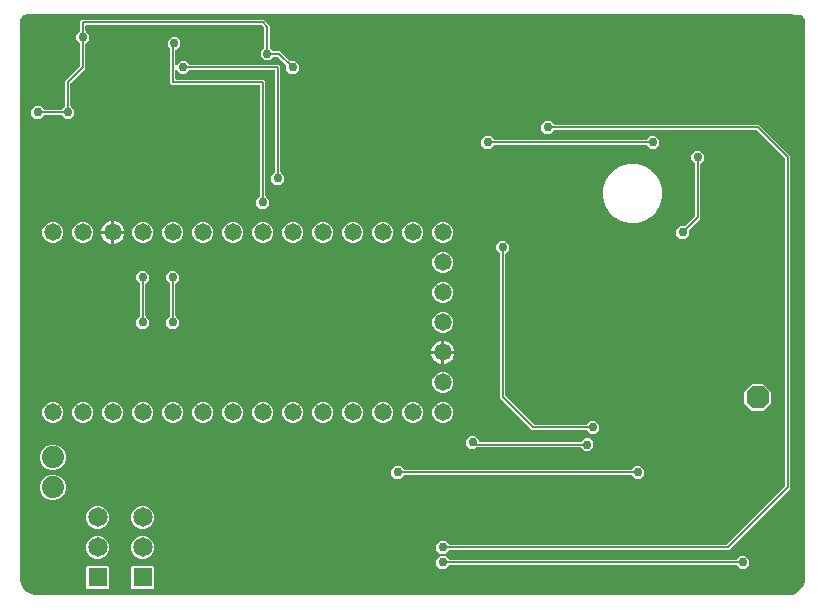
<source format=gbr>
G04 EAGLE Gerber RS-274X export*
G75*
%MOMM*%
%FSLAX34Y34*%
%LPD*%
%INBottom Copper*%
%IPPOS*%
%AMOC8*
5,1,8,0,0,1.08239X$1,22.5*%
G01*
%ADD10R,1.650000X1.650000*%
%ADD11C,1.650000*%
%ADD12C,1.473200*%
%ADD13P,2.089446X8X22.500000*%
%ADD14C,1.879600*%
%ADD15C,0.756400*%
%ADD16C,0.152400*%

G36*
X656609Y10170D02*
X656609Y10170D01*
X656669Y10170D01*
X656761Y10195D01*
X656793Y10200D01*
X656807Y10208D01*
X656831Y10214D01*
X658414Y10842D01*
X663920Y10758D01*
X663961Y10765D01*
X664003Y10762D01*
X664157Y10793D01*
X664164Y10794D01*
X664165Y10795D01*
X664167Y10796D01*
X667117Y11754D01*
X667149Y11771D01*
X667184Y11779D01*
X667330Y11862D01*
X670944Y14488D01*
X670969Y14513D01*
X670999Y14532D01*
X671112Y14656D01*
X673738Y18270D01*
X673754Y18302D01*
X673777Y18330D01*
X673846Y18483D01*
X675226Y22731D01*
X675227Y22737D01*
X675230Y22742D01*
X675261Y22907D01*
X675437Y25140D01*
X675435Y25162D01*
X675439Y25200D01*
X675439Y495300D01*
X675436Y495322D01*
X675437Y495360D01*
X675357Y496373D01*
X675356Y496378D01*
X675356Y496384D01*
X675322Y496548D01*
X675310Y496586D01*
X675300Y496605D01*
X675299Y496612D01*
X675298Y496613D01*
X675289Y496642D01*
X674789Y497850D01*
X674789Y498068D01*
X674783Y498104D01*
X674786Y498139D01*
X674752Y498304D01*
X674696Y498476D01*
X674680Y498508D01*
X674671Y498543D01*
X674588Y498688D01*
X673397Y500328D01*
X673371Y500353D01*
X673352Y500384D01*
X673228Y500497D01*
X671588Y501688D01*
X671556Y501704D01*
X671529Y501727D01*
X671376Y501796D01*
X671344Y501806D01*
X671314Y501811D01*
X671287Y501823D01*
X671120Y501844D01*
X665885Y501923D01*
X664604Y502477D01*
X664535Y502494D01*
X664469Y502521D01*
X664397Y502529D01*
X664366Y502537D01*
X664343Y502535D01*
X664302Y502539D01*
X17400Y502539D01*
X17378Y502536D01*
X17340Y502537D01*
X16327Y502457D01*
X16321Y502456D01*
X16316Y502456D01*
X16151Y502422D01*
X14224Y501796D01*
X14192Y501780D01*
X14157Y501771D01*
X14012Y501688D01*
X12372Y500497D01*
X12347Y500471D01*
X12316Y500452D01*
X12203Y500328D01*
X11012Y498688D01*
X10996Y498656D01*
X10973Y498629D01*
X10904Y498476D01*
X10848Y498304D01*
X10843Y498268D01*
X10829Y498235D01*
X10811Y498068D01*
X10811Y497850D01*
X10311Y496642D01*
X10306Y496621D01*
X10290Y496586D01*
X10278Y496548D01*
X10277Y496543D01*
X10274Y496538D01*
X10243Y496373D01*
X10163Y495360D01*
X10165Y495338D01*
X10161Y495300D01*
X10161Y25400D01*
X10164Y25382D01*
X10162Y25350D01*
X10286Y23460D01*
X10292Y23437D01*
X10311Y23313D01*
X11289Y19662D01*
X11295Y19648D01*
X11297Y19633D01*
X11365Y19479D01*
X13255Y16206D01*
X13265Y16194D01*
X13271Y16179D01*
X13376Y16048D01*
X16048Y13376D01*
X16061Y13366D01*
X16071Y13354D01*
X16206Y13255D01*
X19479Y11365D01*
X19494Y11359D01*
X19506Y11350D01*
X19662Y11289D01*
X23313Y10311D01*
X23337Y10308D01*
X23460Y10286D01*
X25350Y10162D01*
X25369Y10164D01*
X25400Y10161D01*
X656550Y10161D01*
X656609Y10170D01*
G37*
%LPC*%
G36*
X366102Y45493D02*
X366102Y45493D01*
X362993Y48602D01*
X362993Y52998D01*
X366102Y56107D01*
X370498Y56107D01*
X373295Y53310D01*
X373369Y53257D01*
X373439Y53197D01*
X373469Y53185D01*
X373495Y53166D01*
X373582Y53139D01*
X373667Y53105D01*
X373708Y53101D01*
X373730Y53094D01*
X373762Y53095D01*
X373833Y53087D01*
X608337Y53087D01*
X608428Y53101D01*
X608518Y53109D01*
X608548Y53121D01*
X608580Y53126D01*
X608661Y53169D01*
X608745Y53205D01*
X608777Y53231D01*
X608798Y53242D01*
X608820Y53265D01*
X608876Y53310D01*
X657890Y102324D01*
X657943Y102398D01*
X658003Y102468D01*
X658015Y102498D01*
X658034Y102524D01*
X658061Y102611D01*
X658095Y102696D01*
X658099Y102737D01*
X658106Y102759D01*
X658105Y102791D01*
X658113Y102863D01*
X658113Y379737D01*
X658099Y379828D01*
X658091Y379918D01*
X658079Y379948D01*
X658074Y379980D01*
X658031Y380061D01*
X657995Y380145D01*
X657969Y380177D01*
X657958Y380198D01*
X657935Y380220D01*
X657890Y380276D01*
X634276Y403890D01*
X634202Y403943D01*
X634132Y404003D01*
X634102Y404015D01*
X634076Y404034D01*
X633989Y404061D01*
X633904Y404095D01*
X633863Y404099D01*
X633841Y404106D01*
X633809Y404105D01*
X633737Y404113D01*
X462733Y404113D01*
X462643Y404099D01*
X462552Y404091D01*
X462523Y404079D01*
X462491Y404074D01*
X462410Y404031D01*
X462326Y403995D01*
X462294Y403969D01*
X462273Y403958D01*
X462251Y403935D01*
X462195Y403890D01*
X459398Y401093D01*
X455002Y401093D01*
X451893Y404202D01*
X451893Y408598D01*
X455002Y411707D01*
X459398Y411707D01*
X462195Y408910D01*
X462269Y408857D01*
X462339Y408797D01*
X462369Y408785D01*
X462395Y408766D01*
X462482Y408739D01*
X462567Y408705D01*
X462608Y408701D01*
X462630Y408694D01*
X462662Y408695D01*
X462733Y408687D01*
X635947Y408687D01*
X662687Y381947D01*
X662687Y100653D01*
X610547Y48513D01*
X373833Y48513D01*
X373743Y48499D01*
X373652Y48491D01*
X373623Y48479D01*
X373591Y48474D01*
X373510Y48431D01*
X373426Y48395D01*
X373394Y48369D01*
X373373Y48358D01*
X373351Y48335D01*
X373295Y48290D01*
X370498Y45493D01*
X366102Y45493D01*
G37*
%LPD*%
%LPC*%
G36*
X213702Y337593D02*
X213702Y337593D01*
X210593Y340702D01*
X210593Y345098D01*
X213390Y347895D01*
X213443Y347969D01*
X213503Y348039D01*
X213515Y348069D01*
X213534Y348095D01*
X213561Y348182D01*
X213595Y348267D01*
X213599Y348308D01*
X213606Y348330D01*
X213605Y348362D01*
X213613Y348433D01*
X213613Y441452D01*
X213610Y441472D01*
X213612Y441491D01*
X213590Y441593D01*
X213574Y441695D01*
X213564Y441712D01*
X213560Y441732D01*
X213507Y441821D01*
X213458Y441912D01*
X213444Y441926D01*
X213434Y441943D01*
X213355Y442010D01*
X213280Y442082D01*
X213262Y442090D01*
X213247Y442103D01*
X213151Y442142D01*
X213057Y442185D01*
X213037Y442187D01*
X213019Y442195D01*
X212852Y442213D01*
X138753Y442213D01*
X137413Y443553D01*
X137413Y473257D01*
X137399Y473347D01*
X137391Y473438D01*
X137379Y473467D01*
X137374Y473499D01*
X137331Y473580D01*
X137295Y473664D01*
X137269Y473696D01*
X137258Y473717D01*
X137235Y473739D01*
X137190Y473795D01*
X135663Y475322D01*
X135663Y479718D01*
X138772Y482827D01*
X143168Y482827D01*
X146277Y479718D01*
X146277Y475322D01*
X143168Y472213D01*
X142748Y472213D01*
X142728Y472210D01*
X142709Y472212D01*
X142607Y472190D01*
X142505Y472174D01*
X142488Y472164D01*
X142468Y472160D01*
X142379Y472107D01*
X142288Y472058D01*
X142274Y472044D01*
X142257Y472034D01*
X142190Y471955D01*
X142118Y471880D01*
X142110Y471862D01*
X142097Y471847D01*
X142058Y471751D01*
X142015Y471657D01*
X142013Y471637D01*
X142005Y471619D01*
X141987Y471452D01*
X141987Y459939D01*
X141998Y459869D01*
X142000Y459797D01*
X142018Y459748D01*
X142026Y459697D01*
X142060Y459633D01*
X142085Y459566D01*
X142117Y459525D01*
X142142Y459479D01*
X142194Y459430D01*
X142238Y459374D01*
X142282Y459346D01*
X142320Y459310D01*
X142385Y459280D01*
X142445Y459241D01*
X142496Y459228D01*
X142543Y459206D01*
X142614Y459198D01*
X142684Y459181D01*
X142736Y459185D01*
X142787Y459179D01*
X142858Y459194D01*
X142929Y459200D01*
X142977Y459220D01*
X143028Y459231D01*
X143089Y459268D01*
X143155Y459296D01*
X143211Y459341D01*
X143239Y459358D01*
X143254Y459375D01*
X143286Y459401D01*
X146392Y462507D01*
X150788Y462507D01*
X153585Y459710D01*
X153659Y459657D01*
X153729Y459597D01*
X153759Y459585D01*
X153785Y459566D01*
X153872Y459539D01*
X153957Y459505D01*
X153998Y459501D01*
X154020Y459494D01*
X154052Y459495D01*
X154123Y459487D01*
X229547Y459487D01*
X230887Y458147D01*
X230887Y368753D01*
X230901Y368663D01*
X230909Y368572D01*
X230921Y368543D01*
X230926Y368511D01*
X230969Y368430D01*
X231005Y368346D01*
X231031Y368314D01*
X231042Y368293D01*
X231065Y368271D01*
X231110Y368215D01*
X233907Y365418D01*
X233907Y361022D01*
X230798Y357913D01*
X226402Y357913D01*
X223293Y361022D01*
X223293Y365418D01*
X226090Y368215D01*
X226143Y368289D01*
X226203Y368359D01*
X226215Y368389D01*
X226234Y368415D01*
X226261Y368502D01*
X226295Y368587D01*
X226299Y368628D01*
X226306Y368650D01*
X226305Y368682D01*
X226313Y368753D01*
X226313Y454152D01*
X226310Y454172D01*
X226312Y454191D01*
X226290Y454293D01*
X226274Y454395D01*
X226264Y454412D01*
X226260Y454432D01*
X226207Y454521D01*
X226158Y454612D01*
X226144Y454626D01*
X226134Y454643D01*
X226055Y454710D01*
X225980Y454782D01*
X225962Y454790D01*
X225947Y454803D01*
X225851Y454842D01*
X225757Y454885D01*
X225737Y454887D01*
X225719Y454895D01*
X225552Y454913D01*
X154123Y454913D01*
X154033Y454899D01*
X153942Y454891D01*
X153913Y454879D01*
X153881Y454874D01*
X153800Y454831D01*
X153716Y454795D01*
X153684Y454769D01*
X153663Y454758D01*
X153641Y454735D01*
X153585Y454690D01*
X150788Y451893D01*
X146392Y451893D01*
X143286Y454999D01*
X143228Y455041D01*
X143176Y455090D01*
X143129Y455112D01*
X143087Y455142D01*
X143018Y455164D01*
X142953Y455194D01*
X142901Y455199D01*
X142851Y455215D01*
X142780Y455213D01*
X142709Y455221D01*
X142658Y455210D01*
X142606Y455208D01*
X142538Y455184D01*
X142468Y455169D01*
X142423Y455142D01*
X142375Y455124D01*
X142319Y455079D01*
X142257Y455042D01*
X142223Y455003D01*
X142183Y454970D01*
X142144Y454910D01*
X142097Y454855D01*
X142078Y454807D01*
X142050Y454763D01*
X142032Y454694D01*
X142005Y454627D01*
X141997Y454556D01*
X141989Y454525D01*
X141991Y454502D01*
X141987Y454461D01*
X141987Y447548D01*
X141990Y447528D01*
X141988Y447509D01*
X142010Y447407D01*
X142026Y447305D01*
X142036Y447288D01*
X142040Y447268D01*
X142093Y447179D01*
X142142Y447088D01*
X142156Y447074D01*
X142166Y447057D01*
X142245Y446990D01*
X142320Y446918D01*
X142338Y446910D01*
X142353Y446897D01*
X142449Y446858D01*
X142543Y446815D01*
X142563Y446813D01*
X142581Y446805D01*
X142748Y446787D01*
X216847Y446787D01*
X218187Y445447D01*
X218187Y348433D01*
X218201Y348343D01*
X218209Y348252D01*
X218221Y348223D01*
X218226Y348191D01*
X218269Y348110D01*
X218305Y348026D01*
X218331Y347994D01*
X218342Y347973D01*
X218365Y347951D01*
X218410Y347895D01*
X221207Y345098D01*
X221207Y340702D01*
X218098Y337593D01*
X213702Y337593D01*
G37*
%LPD*%
%LPC*%
G36*
X525888Y325439D02*
X525888Y325439D01*
X519488Y327154D01*
X513751Y330466D01*
X509066Y335151D01*
X505754Y340888D01*
X504039Y347288D01*
X504039Y353912D01*
X505754Y360312D01*
X509066Y366049D01*
X513751Y370734D01*
X519488Y374046D01*
X525888Y375761D01*
X532512Y375761D01*
X538912Y374046D01*
X544649Y370734D01*
X549334Y366049D01*
X552646Y360312D01*
X554361Y353912D01*
X554361Y347288D01*
X552646Y340888D01*
X549334Y335151D01*
X544649Y330466D01*
X538912Y327154D01*
X532512Y325439D01*
X525888Y325439D01*
G37*
%LPD*%
%LPC*%
G36*
X23202Y413793D02*
X23202Y413793D01*
X20093Y416902D01*
X20093Y421298D01*
X23202Y424407D01*
X27598Y424407D01*
X30395Y421610D01*
X30469Y421557D01*
X30539Y421497D01*
X30569Y421485D01*
X30595Y421466D01*
X30682Y421439D01*
X30767Y421405D01*
X30808Y421401D01*
X30830Y421394D01*
X30862Y421395D01*
X30933Y421387D01*
X45267Y421387D01*
X45357Y421401D01*
X45448Y421409D01*
X45477Y421421D01*
X45509Y421426D01*
X45590Y421469D01*
X45674Y421505D01*
X45706Y421531D01*
X45727Y421542D01*
X45749Y421565D01*
X45805Y421610D01*
X48290Y424095D01*
X48343Y424169D01*
X48403Y424239D01*
X48415Y424269D01*
X48434Y424295D01*
X48461Y424382D01*
X48495Y424467D01*
X48499Y424508D01*
X48506Y424530D01*
X48505Y424562D01*
X48513Y424633D01*
X48513Y445447D01*
X60990Y457924D01*
X61043Y457998D01*
X61103Y458068D01*
X61115Y458098D01*
X61134Y458124D01*
X61161Y458211D01*
X61195Y458296D01*
X61199Y458337D01*
X61206Y458359D01*
X61205Y458391D01*
X61213Y458463D01*
X61213Y477067D01*
X61199Y477157D01*
X61191Y477248D01*
X61179Y477277D01*
X61174Y477309D01*
X61131Y477390D01*
X61095Y477474D01*
X61069Y477506D01*
X61058Y477527D01*
X61035Y477549D01*
X60990Y477605D01*
X58193Y480402D01*
X58193Y484798D01*
X60990Y487595D01*
X61043Y487669D01*
X61103Y487739D01*
X61115Y487769D01*
X61134Y487795D01*
X61161Y487882D01*
X61195Y487967D01*
X61199Y488008D01*
X61206Y488030D01*
X61205Y488062D01*
X61213Y488133D01*
X61213Y496247D01*
X62553Y497587D01*
X216847Y497587D01*
X221997Y492437D01*
X221997Y474163D01*
X222011Y474073D01*
X222019Y473982D01*
X222031Y473953D01*
X222036Y473921D01*
X222079Y473840D01*
X222115Y473756D01*
X222141Y473724D01*
X222152Y473703D01*
X222175Y473681D01*
X222220Y473625D01*
X224705Y471140D01*
X224779Y471087D01*
X224849Y471027D01*
X224879Y471015D01*
X224905Y470996D01*
X224992Y470969D01*
X225077Y470935D01*
X225118Y470931D01*
X225140Y470924D01*
X225172Y470925D01*
X225243Y470917D01*
X230817Y470917D01*
X239004Y462730D01*
X239078Y462677D01*
X239148Y462617D01*
X239178Y462605D01*
X239204Y462586D01*
X239291Y462559D01*
X239376Y462525D01*
X239417Y462521D01*
X239439Y462514D01*
X239471Y462515D01*
X239543Y462507D01*
X243498Y462507D01*
X246607Y459398D01*
X246607Y455002D01*
X243498Y451893D01*
X239102Y451893D01*
X235993Y455002D01*
X235993Y458957D01*
X235979Y459048D01*
X235971Y459138D01*
X235959Y459168D01*
X235954Y459200D01*
X235911Y459281D01*
X235875Y459365D01*
X235849Y459397D01*
X235838Y459418D01*
X235815Y459440D01*
X235770Y459496D01*
X229146Y466120D01*
X229072Y466173D01*
X229002Y466233D01*
X228972Y466245D01*
X228946Y466264D01*
X228859Y466291D01*
X228774Y466325D01*
X228733Y466329D01*
X228711Y466336D01*
X228679Y466335D01*
X228607Y466343D01*
X225243Y466343D01*
X225153Y466329D01*
X225062Y466321D01*
X225033Y466309D01*
X225001Y466304D01*
X224920Y466261D01*
X224836Y466225D01*
X224804Y466199D01*
X224783Y466188D01*
X224761Y466165D01*
X224705Y466120D01*
X221908Y463323D01*
X217512Y463323D01*
X214403Y466432D01*
X214403Y470828D01*
X217200Y473625D01*
X217253Y473699D01*
X217313Y473769D01*
X217325Y473799D01*
X217344Y473825D01*
X217371Y473912D01*
X217405Y473997D01*
X217409Y474038D01*
X217416Y474060D01*
X217415Y474092D01*
X217423Y474163D01*
X217423Y490227D01*
X217409Y490318D01*
X217401Y490408D01*
X217389Y490438D01*
X217384Y490470D01*
X217341Y490551D01*
X217305Y490635D01*
X217279Y490667D01*
X217268Y490688D01*
X217245Y490710D01*
X217200Y490766D01*
X215176Y492790D01*
X215102Y492843D01*
X215032Y492903D01*
X215002Y492915D01*
X214976Y492934D01*
X214889Y492961D01*
X214804Y492995D01*
X214763Y492999D01*
X214741Y493006D01*
X214709Y493005D01*
X214637Y493013D01*
X66548Y493013D01*
X66528Y493010D01*
X66509Y493012D01*
X66407Y492990D01*
X66305Y492974D01*
X66288Y492964D01*
X66268Y492960D01*
X66179Y492907D01*
X66088Y492858D01*
X66074Y492844D01*
X66057Y492834D01*
X65990Y492755D01*
X65918Y492680D01*
X65910Y492662D01*
X65897Y492647D01*
X65858Y492551D01*
X65815Y492457D01*
X65813Y492437D01*
X65805Y492419D01*
X65787Y492252D01*
X65787Y488133D01*
X65801Y488043D01*
X65809Y487952D01*
X65821Y487923D01*
X65826Y487891D01*
X65869Y487810D01*
X65905Y487726D01*
X65931Y487694D01*
X65942Y487673D01*
X65965Y487651D01*
X66010Y487595D01*
X68807Y484798D01*
X68807Y480402D01*
X66010Y477605D01*
X65957Y477531D01*
X65897Y477461D01*
X65885Y477431D01*
X65866Y477405D01*
X65839Y477318D01*
X65805Y477233D01*
X65801Y477192D01*
X65794Y477170D01*
X65795Y477138D01*
X65787Y477067D01*
X65787Y456253D01*
X53310Y443776D01*
X53257Y443702D01*
X53197Y443632D01*
X53185Y443602D01*
X53166Y443576D01*
X53139Y443489D01*
X53105Y443404D01*
X53101Y443363D01*
X53094Y443341D01*
X53095Y443309D01*
X53087Y443237D01*
X53087Y424633D01*
X53101Y424543D01*
X53109Y424452D01*
X53121Y424423D01*
X53126Y424391D01*
X53169Y424310D01*
X53205Y424226D01*
X53231Y424194D01*
X53242Y424173D01*
X53265Y424151D01*
X53310Y424095D01*
X56107Y421298D01*
X56107Y416902D01*
X52998Y413793D01*
X48602Y413793D01*
X45805Y416590D01*
X45731Y416643D01*
X45661Y416703D01*
X45631Y416715D01*
X45605Y416734D01*
X45518Y416761D01*
X45433Y416795D01*
X45392Y416799D01*
X45370Y416806D01*
X45338Y416805D01*
X45267Y416813D01*
X30933Y416813D01*
X30843Y416799D01*
X30752Y416791D01*
X30723Y416779D01*
X30691Y416774D01*
X30610Y416731D01*
X30526Y416695D01*
X30494Y416669D01*
X30473Y416658D01*
X30451Y416635D01*
X30395Y416590D01*
X27598Y413793D01*
X23202Y413793D01*
G37*
%LPD*%
%LPC*%
G36*
X366102Y32793D02*
X366102Y32793D01*
X362993Y35902D01*
X362993Y40298D01*
X366102Y43407D01*
X370498Y43407D01*
X373295Y40610D01*
X373369Y40557D01*
X373439Y40497D01*
X373469Y40485D01*
X373495Y40466D01*
X373582Y40439D01*
X373667Y40405D01*
X373708Y40401D01*
X373730Y40394D01*
X373762Y40395D01*
X373833Y40387D01*
X616767Y40387D01*
X616857Y40401D01*
X616948Y40409D01*
X616977Y40421D01*
X617009Y40426D01*
X617090Y40469D01*
X617174Y40505D01*
X617206Y40531D01*
X617227Y40542D01*
X617249Y40565D01*
X617305Y40610D01*
X620102Y43407D01*
X624498Y43407D01*
X627607Y40298D01*
X627607Y35902D01*
X624498Y32793D01*
X620102Y32793D01*
X617305Y35590D01*
X617231Y35643D01*
X617161Y35703D01*
X617131Y35715D01*
X617105Y35734D01*
X617018Y35761D01*
X616933Y35795D01*
X616892Y35799D01*
X616870Y35806D01*
X616838Y35805D01*
X616767Y35813D01*
X373833Y35813D01*
X373743Y35799D01*
X373652Y35791D01*
X373623Y35779D01*
X373591Y35774D01*
X373510Y35731D01*
X373426Y35695D01*
X373394Y35669D01*
X373373Y35658D01*
X373351Y35635D01*
X373295Y35590D01*
X370498Y32793D01*
X366102Y32793D01*
G37*
%LPD*%
%LPC*%
G36*
X493102Y147093D02*
X493102Y147093D01*
X490305Y149890D01*
X490231Y149943D01*
X490161Y150003D01*
X490131Y150015D01*
X490105Y150034D01*
X490018Y150061D01*
X489933Y150095D01*
X489892Y150099D01*
X489870Y150106D01*
X489838Y150105D01*
X489767Y150113D01*
X443553Y150113D01*
X416813Y176853D01*
X416813Y299267D01*
X416799Y299357D01*
X416791Y299448D01*
X416779Y299477D01*
X416774Y299509D01*
X416731Y299590D01*
X416695Y299674D01*
X416669Y299706D01*
X416658Y299727D01*
X416635Y299749D01*
X416590Y299805D01*
X413793Y302602D01*
X413793Y306998D01*
X416902Y310107D01*
X421298Y310107D01*
X424407Y306998D01*
X424407Y302602D01*
X421610Y299805D01*
X421557Y299731D01*
X421497Y299661D01*
X421485Y299631D01*
X421466Y299605D01*
X421439Y299518D01*
X421405Y299433D01*
X421401Y299392D01*
X421394Y299370D01*
X421395Y299338D01*
X421387Y299267D01*
X421387Y179063D01*
X421401Y178972D01*
X421409Y178882D01*
X421421Y178852D01*
X421426Y178820D01*
X421469Y178739D01*
X421505Y178655D01*
X421531Y178623D01*
X421542Y178602D01*
X421565Y178580D01*
X421610Y178524D01*
X445224Y154910D01*
X445298Y154857D01*
X445368Y154797D01*
X445398Y154785D01*
X445424Y154766D01*
X445511Y154739D01*
X445596Y154705D01*
X445637Y154701D01*
X445659Y154694D01*
X445691Y154695D01*
X445763Y154687D01*
X489767Y154687D01*
X489857Y154701D01*
X489948Y154709D01*
X489977Y154721D01*
X490009Y154726D01*
X490090Y154769D01*
X490174Y154805D01*
X490206Y154831D01*
X490227Y154842D01*
X490249Y154865D01*
X490305Y154910D01*
X493102Y157707D01*
X497498Y157707D01*
X500607Y154598D01*
X500607Y150202D01*
X497498Y147093D01*
X493102Y147093D01*
G37*
%LPD*%
%LPC*%
G36*
X328002Y108993D02*
X328002Y108993D01*
X324893Y112102D01*
X324893Y116498D01*
X328002Y119607D01*
X332398Y119607D01*
X335195Y116810D01*
X335269Y116757D01*
X335339Y116697D01*
X335369Y116685D01*
X335395Y116666D01*
X335482Y116639D01*
X335567Y116605D01*
X335608Y116601D01*
X335630Y116594D01*
X335662Y116595D01*
X335733Y116587D01*
X527867Y116587D01*
X527957Y116601D01*
X528048Y116609D01*
X528077Y116621D01*
X528109Y116626D01*
X528190Y116669D01*
X528274Y116705D01*
X528306Y116731D01*
X528327Y116742D01*
X528349Y116765D01*
X528405Y116810D01*
X531202Y119607D01*
X535598Y119607D01*
X538707Y116498D01*
X538707Y112102D01*
X535598Y108993D01*
X531202Y108993D01*
X528405Y111790D01*
X528331Y111843D01*
X528261Y111903D01*
X528231Y111915D01*
X528205Y111934D01*
X528118Y111961D01*
X528033Y111995D01*
X527992Y111999D01*
X527970Y112006D01*
X527938Y112005D01*
X527867Y112013D01*
X335733Y112013D01*
X335643Y111999D01*
X335552Y111991D01*
X335523Y111979D01*
X335491Y111974D01*
X335410Y111931D01*
X335326Y111895D01*
X335294Y111869D01*
X335273Y111858D01*
X335251Y111835D01*
X335195Y111790D01*
X332398Y108993D01*
X328002Y108993D01*
G37*
%LPD*%
%LPC*%
G36*
X404202Y388393D02*
X404202Y388393D01*
X401093Y391502D01*
X401093Y395898D01*
X404202Y399007D01*
X408598Y399007D01*
X411395Y396210D01*
X411469Y396157D01*
X411539Y396097D01*
X411569Y396085D01*
X411595Y396066D01*
X411682Y396039D01*
X411767Y396005D01*
X411808Y396001D01*
X411830Y395994D01*
X411862Y395995D01*
X411933Y395987D01*
X540567Y395987D01*
X540657Y396001D01*
X540748Y396009D01*
X540777Y396021D01*
X540809Y396026D01*
X540890Y396069D01*
X540974Y396105D01*
X541006Y396131D01*
X541027Y396142D01*
X541049Y396165D01*
X541105Y396210D01*
X543902Y399007D01*
X548298Y399007D01*
X551407Y395898D01*
X551407Y391502D01*
X548298Y388393D01*
X543902Y388393D01*
X541105Y391190D01*
X541031Y391243D01*
X540961Y391303D01*
X540931Y391315D01*
X540905Y391334D01*
X540818Y391361D01*
X540733Y391395D01*
X540692Y391399D01*
X540670Y391406D01*
X540638Y391405D01*
X540567Y391413D01*
X411933Y391413D01*
X411843Y391399D01*
X411752Y391391D01*
X411723Y391379D01*
X411691Y391374D01*
X411610Y391331D01*
X411526Y391295D01*
X411494Y391269D01*
X411473Y391258D01*
X411451Y391235D01*
X411395Y391190D01*
X408598Y388393D01*
X404202Y388393D01*
G37*
%LPD*%
%LPC*%
G36*
X488502Y132643D02*
X488502Y132643D01*
X485705Y135440D01*
X485631Y135493D01*
X485561Y135553D01*
X485531Y135565D01*
X485505Y135584D01*
X485418Y135611D01*
X485333Y135645D01*
X485292Y135649D01*
X485270Y135656D01*
X485238Y135655D01*
X485167Y135663D01*
X397483Y135663D01*
X397393Y135649D01*
X397302Y135641D01*
X397273Y135629D01*
X397241Y135624D01*
X397160Y135581D01*
X397076Y135545D01*
X397044Y135519D01*
X397023Y135508D01*
X397001Y135485D01*
X396945Y135440D01*
X395898Y134393D01*
X391502Y134393D01*
X388393Y137502D01*
X388393Y141898D01*
X391502Y145007D01*
X395898Y145007D01*
X399007Y141898D01*
X399007Y140998D01*
X399010Y140978D01*
X399008Y140959D01*
X399030Y140857D01*
X399046Y140755D01*
X399056Y140738D01*
X399060Y140718D01*
X399113Y140629D01*
X399162Y140538D01*
X399176Y140524D01*
X399186Y140507D01*
X399265Y140440D01*
X399340Y140368D01*
X399358Y140360D01*
X399373Y140347D01*
X399469Y140308D01*
X399563Y140265D01*
X399583Y140263D01*
X399601Y140255D01*
X399768Y140237D01*
X485167Y140237D01*
X485257Y140251D01*
X485348Y140259D01*
X485377Y140271D01*
X485409Y140276D01*
X485490Y140319D01*
X485574Y140355D01*
X485606Y140381D01*
X485627Y140392D01*
X485649Y140415D01*
X485705Y140460D01*
X488502Y143257D01*
X492898Y143257D01*
X496007Y140148D01*
X496007Y135752D01*
X492898Y132643D01*
X488502Y132643D01*
G37*
%LPD*%
%LPC*%
G36*
X569302Y312193D02*
X569302Y312193D01*
X566193Y315302D01*
X566193Y319698D01*
X569302Y322807D01*
X573257Y322807D01*
X573348Y322821D01*
X573438Y322829D01*
X573468Y322841D01*
X573500Y322846D01*
X573581Y322889D01*
X573665Y322925D01*
X573697Y322951D01*
X573718Y322962D01*
X573740Y322985D01*
X573796Y323030D01*
X581690Y330924D01*
X581743Y330998D01*
X581803Y331068D01*
X581815Y331098D01*
X581834Y331124D01*
X581861Y331211D01*
X581895Y331296D01*
X581899Y331337D01*
X581906Y331359D01*
X581905Y331391D01*
X581913Y331463D01*
X581913Y375467D01*
X581899Y375557D01*
X581891Y375648D01*
X581879Y375677D01*
X581874Y375709D01*
X581831Y375790D01*
X581795Y375874D01*
X581769Y375906D01*
X581758Y375927D01*
X581735Y375949D01*
X581690Y376005D01*
X578893Y378802D01*
X578893Y383198D01*
X582002Y386307D01*
X586398Y386307D01*
X589507Y383198D01*
X589507Y378802D01*
X586710Y376005D01*
X586657Y375931D01*
X586597Y375861D01*
X586585Y375831D01*
X586566Y375805D01*
X586539Y375718D01*
X586505Y375633D01*
X586501Y375592D01*
X586494Y375570D01*
X586495Y375538D01*
X586487Y375467D01*
X586487Y329253D01*
X577030Y319796D01*
X576977Y319722D01*
X576917Y319652D01*
X576905Y319622D01*
X576886Y319596D01*
X576859Y319509D01*
X576825Y319424D01*
X576821Y319383D01*
X576814Y319361D01*
X576815Y319329D01*
X576807Y319257D01*
X576807Y315302D01*
X573698Y312193D01*
X569302Y312193D01*
G37*
%LPD*%
%LPC*%
G36*
X630370Y166623D02*
X630370Y166623D01*
X623823Y173170D01*
X623823Y182430D01*
X630370Y188977D01*
X639630Y188977D01*
X646177Y182430D01*
X646177Y173170D01*
X639630Y166623D01*
X630370Y166623D01*
G37*
%LPD*%
%LPC*%
G36*
X67318Y15625D02*
X67318Y15625D01*
X66425Y16518D01*
X66425Y34282D01*
X67318Y35175D01*
X85082Y35175D01*
X85975Y34282D01*
X85975Y16518D01*
X85082Y15625D01*
X67318Y15625D01*
G37*
%LPD*%
%LPC*%
G36*
X105418Y15625D02*
X105418Y15625D01*
X104525Y16518D01*
X104525Y34282D01*
X105418Y35175D01*
X123182Y35175D01*
X124075Y34282D01*
X124075Y16518D01*
X123182Y15625D01*
X105418Y15625D01*
G37*
%LPD*%
%LPC*%
G36*
X35927Y90677D02*
X35927Y90677D01*
X31913Y92340D01*
X28840Y95413D01*
X27177Y99427D01*
X27177Y103773D01*
X28840Y107787D01*
X31913Y110860D01*
X35927Y112523D01*
X40273Y112523D01*
X44287Y110860D01*
X47360Y107787D01*
X49023Y103773D01*
X49023Y99427D01*
X47360Y95413D01*
X44287Y92340D01*
X40273Y90677D01*
X35927Y90677D01*
G37*
%LPD*%
%LPC*%
G36*
X35927Y116077D02*
X35927Y116077D01*
X31913Y117740D01*
X28840Y120813D01*
X27177Y124827D01*
X27177Y129173D01*
X28840Y133187D01*
X31913Y136260D01*
X35927Y137923D01*
X40273Y137923D01*
X44287Y136260D01*
X47360Y133187D01*
X49023Y129173D01*
X49023Y124827D01*
X47360Y120813D01*
X44287Y117740D01*
X40273Y116077D01*
X35927Y116077D01*
G37*
%LPD*%
%LPC*%
G36*
X112102Y235993D02*
X112102Y235993D01*
X108993Y239102D01*
X108993Y243498D01*
X111790Y246295D01*
X111843Y246369D01*
X111903Y246439D01*
X111915Y246469D01*
X111934Y246495D01*
X111961Y246582D01*
X111995Y246667D01*
X111999Y246708D01*
X112006Y246730D01*
X112005Y246762D01*
X112013Y246833D01*
X112013Y273867D01*
X111999Y273957D01*
X111991Y274048D01*
X111979Y274077D01*
X111974Y274109D01*
X111931Y274190D01*
X111895Y274274D01*
X111869Y274306D01*
X111858Y274327D01*
X111835Y274349D01*
X111790Y274405D01*
X108993Y277202D01*
X108993Y281598D01*
X112102Y284707D01*
X116498Y284707D01*
X119607Y281598D01*
X119607Y277202D01*
X116810Y274405D01*
X116757Y274331D01*
X116697Y274261D01*
X116685Y274231D01*
X116666Y274205D01*
X116639Y274118D01*
X116605Y274033D01*
X116601Y273992D01*
X116594Y273970D01*
X116595Y273938D01*
X116587Y273867D01*
X116587Y246833D01*
X116601Y246743D01*
X116609Y246652D01*
X116621Y246623D01*
X116626Y246591D01*
X116669Y246510D01*
X116705Y246426D01*
X116731Y246394D01*
X116742Y246373D01*
X116765Y246351D01*
X116810Y246295D01*
X119607Y243498D01*
X119607Y239102D01*
X116498Y235993D01*
X112102Y235993D01*
G37*
%LPD*%
%LPC*%
G36*
X137502Y235993D02*
X137502Y235993D01*
X134393Y239102D01*
X134393Y243498D01*
X137190Y246295D01*
X137243Y246369D01*
X137303Y246439D01*
X137315Y246469D01*
X137334Y246495D01*
X137361Y246582D01*
X137395Y246667D01*
X137399Y246708D01*
X137406Y246730D01*
X137405Y246762D01*
X137413Y246833D01*
X137413Y273867D01*
X137399Y273957D01*
X137391Y274048D01*
X137379Y274077D01*
X137374Y274109D01*
X137331Y274190D01*
X137295Y274274D01*
X137269Y274306D01*
X137258Y274327D01*
X137235Y274349D01*
X137190Y274405D01*
X134393Y277202D01*
X134393Y281598D01*
X137502Y284707D01*
X141898Y284707D01*
X145007Y281598D01*
X145007Y277202D01*
X142210Y274405D01*
X142157Y274331D01*
X142097Y274261D01*
X142085Y274231D01*
X142066Y274205D01*
X142039Y274118D01*
X142005Y274033D01*
X142001Y273992D01*
X141994Y273970D01*
X141995Y273938D01*
X141987Y273867D01*
X141987Y246833D01*
X142001Y246743D01*
X142009Y246652D01*
X142021Y246623D01*
X142026Y246591D01*
X142069Y246510D01*
X142105Y246426D01*
X142131Y246394D01*
X142142Y246373D01*
X142165Y246351D01*
X142210Y246295D01*
X145007Y243498D01*
X145007Y239102D01*
X141898Y235993D01*
X137502Y235993D01*
G37*
%LPD*%
%LPC*%
G36*
X112356Y66425D02*
X112356Y66425D01*
X108763Y67913D01*
X106013Y70663D01*
X104525Y74256D01*
X104525Y78144D01*
X106013Y81737D01*
X108763Y84487D01*
X112356Y85975D01*
X116244Y85975D01*
X119837Y84487D01*
X122587Y81737D01*
X124075Y78144D01*
X124075Y74256D01*
X122587Y70663D01*
X119837Y67913D01*
X116244Y66425D01*
X112356Y66425D01*
G37*
%LPD*%
%LPC*%
G36*
X74256Y66425D02*
X74256Y66425D01*
X70663Y67913D01*
X67913Y70663D01*
X66425Y74256D01*
X66425Y78144D01*
X67913Y81737D01*
X70663Y84487D01*
X74256Y85975D01*
X78144Y85975D01*
X81737Y84487D01*
X84487Y81737D01*
X85975Y78144D01*
X85975Y74256D01*
X84487Y70663D01*
X81737Y67913D01*
X78144Y66425D01*
X74256Y66425D01*
G37*
%LPD*%
%LPC*%
G36*
X112356Y41025D02*
X112356Y41025D01*
X108763Y42513D01*
X106013Y45263D01*
X104525Y48856D01*
X104525Y52744D01*
X106013Y56337D01*
X108763Y59087D01*
X112356Y60575D01*
X116244Y60575D01*
X119837Y59087D01*
X122587Y56337D01*
X124075Y52744D01*
X124075Y48856D01*
X122587Y45263D01*
X119837Y42513D01*
X116244Y41025D01*
X112356Y41025D01*
G37*
%LPD*%
%LPC*%
G36*
X74256Y41025D02*
X74256Y41025D01*
X70663Y42513D01*
X67913Y45263D01*
X66425Y48856D01*
X66425Y52744D01*
X67913Y56337D01*
X70663Y59087D01*
X74256Y60575D01*
X78144Y60575D01*
X81737Y59087D01*
X84487Y56337D01*
X85975Y52744D01*
X85975Y48856D01*
X84487Y45263D01*
X81737Y42513D01*
X78144Y41025D01*
X74256Y41025D01*
G37*
%LPD*%
%LPC*%
G36*
X137932Y308609D02*
X137932Y308609D01*
X134664Y309963D01*
X132163Y312464D01*
X130809Y315732D01*
X130809Y319268D01*
X132163Y322536D01*
X134664Y325037D01*
X137932Y326391D01*
X141468Y326391D01*
X144736Y325037D01*
X147237Y322536D01*
X148591Y319268D01*
X148591Y315732D01*
X147237Y312464D01*
X144736Y309963D01*
X141468Y308609D01*
X137932Y308609D01*
G37*
%LPD*%
%LPC*%
G36*
X112532Y308609D02*
X112532Y308609D01*
X109264Y309963D01*
X106763Y312464D01*
X105409Y315732D01*
X105409Y319268D01*
X106763Y322536D01*
X109264Y325037D01*
X112532Y326391D01*
X116068Y326391D01*
X119336Y325037D01*
X121837Y322536D01*
X123191Y319268D01*
X123191Y315732D01*
X121837Y312464D01*
X119336Y309963D01*
X116068Y308609D01*
X112532Y308609D01*
G37*
%LPD*%
%LPC*%
G36*
X61732Y308609D02*
X61732Y308609D01*
X58464Y309963D01*
X55963Y312464D01*
X54609Y315732D01*
X54609Y319268D01*
X55963Y322536D01*
X58464Y325037D01*
X61732Y326391D01*
X65268Y326391D01*
X68536Y325037D01*
X71037Y322536D01*
X72391Y319268D01*
X72391Y315732D01*
X71037Y312464D01*
X68536Y309963D01*
X65268Y308609D01*
X61732Y308609D01*
G37*
%LPD*%
%LPC*%
G36*
X36332Y308609D02*
X36332Y308609D01*
X33064Y309963D01*
X30563Y312464D01*
X29209Y315732D01*
X29209Y319268D01*
X30563Y322536D01*
X33064Y325037D01*
X36332Y326391D01*
X39868Y326391D01*
X43136Y325037D01*
X45637Y322536D01*
X46991Y319268D01*
X46991Y315732D01*
X45637Y312464D01*
X43136Y309963D01*
X39868Y308609D01*
X36332Y308609D01*
G37*
%LPD*%
%LPC*%
G36*
X366532Y308609D02*
X366532Y308609D01*
X363264Y309963D01*
X360763Y312464D01*
X359409Y315732D01*
X359409Y319268D01*
X360763Y322536D01*
X363264Y325037D01*
X366532Y326391D01*
X370068Y326391D01*
X373336Y325037D01*
X375837Y322536D01*
X377191Y319268D01*
X377191Y315732D01*
X375837Y312464D01*
X373336Y309963D01*
X370068Y308609D01*
X366532Y308609D01*
G37*
%LPD*%
%LPC*%
G36*
X112532Y156209D02*
X112532Y156209D01*
X109264Y157563D01*
X106763Y160064D01*
X105409Y163332D01*
X105409Y166868D01*
X106763Y170136D01*
X109264Y172637D01*
X112532Y173991D01*
X116068Y173991D01*
X119336Y172637D01*
X121837Y170136D01*
X123191Y166868D01*
X123191Y163332D01*
X121837Y160064D01*
X119336Y157563D01*
X116068Y156209D01*
X112532Y156209D01*
G37*
%LPD*%
%LPC*%
G36*
X366532Y283209D02*
X366532Y283209D01*
X363264Y284563D01*
X360763Y287064D01*
X359409Y290332D01*
X359409Y293868D01*
X360763Y297136D01*
X363264Y299637D01*
X366532Y300991D01*
X370068Y300991D01*
X373336Y299637D01*
X375837Y297136D01*
X377191Y293868D01*
X377191Y290332D01*
X375837Y287064D01*
X373336Y284563D01*
X370068Y283209D01*
X366532Y283209D01*
G37*
%LPD*%
%LPC*%
G36*
X366532Y257809D02*
X366532Y257809D01*
X363264Y259163D01*
X360763Y261664D01*
X359409Y264932D01*
X359409Y268468D01*
X360763Y271736D01*
X363264Y274237D01*
X366532Y275591D01*
X370068Y275591D01*
X373336Y274237D01*
X375837Y271736D01*
X377191Y268468D01*
X377191Y264932D01*
X375837Y261664D01*
X373336Y259163D01*
X370068Y257809D01*
X366532Y257809D01*
G37*
%LPD*%
%LPC*%
G36*
X366532Y232409D02*
X366532Y232409D01*
X363264Y233763D01*
X360763Y236264D01*
X359409Y239532D01*
X359409Y243068D01*
X360763Y246336D01*
X363264Y248837D01*
X366532Y250191D01*
X370068Y250191D01*
X373336Y248837D01*
X375837Y246336D01*
X377191Y243068D01*
X377191Y239532D01*
X375837Y236264D01*
X373336Y233763D01*
X370068Y232409D01*
X366532Y232409D01*
G37*
%LPD*%
%LPC*%
G36*
X214132Y308609D02*
X214132Y308609D01*
X210864Y309963D01*
X208363Y312464D01*
X207009Y315732D01*
X207009Y319268D01*
X208363Y322536D01*
X210864Y325037D01*
X214132Y326391D01*
X217668Y326391D01*
X220936Y325037D01*
X223437Y322536D01*
X224791Y319268D01*
X224791Y315732D01*
X223437Y312464D01*
X220936Y309963D01*
X217668Y308609D01*
X214132Y308609D01*
G37*
%LPD*%
%LPC*%
G36*
X366532Y181609D02*
X366532Y181609D01*
X363264Y182963D01*
X360763Y185464D01*
X359409Y188732D01*
X359409Y192268D01*
X360763Y195536D01*
X363264Y198037D01*
X366532Y199391D01*
X370068Y199391D01*
X373336Y198037D01*
X375837Y195536D01*
X377191Y192268D01*
X377191Y188732D01*
X375837Y185464D01*
X373336Y182963D01*
X370068Y181609D01*
X366532Y181609D01*
G37*
%LPD*%
%LPC*%
G36*
X87132Y156209D02*
X87132Y156209D01*
X83864Y157563D01*
X81363Y160064D01*
X80009Y163332D01*
X80009Y166868D01*
X81363Y170136D01*
X83864Y172637D01*
X87132Y173991D01*
X90668Y173991D01*
X93936Y172637D01*
X96437Y170136D01*
X97791Y166868D01*
X97791Y163332D01*
X96437Y160064D01*
X93936Y157563D01*
X90668Y156209D01*
X87132Y156209D01*
G37*
%LPD*%
%LPC*%
G36*
X61732Y156209D02*
X61732Y156209D01*
X58464Y157563D01*
X55963Y160064D01*
X54609Y163332D01*
X54609Y166868D01*
X55963Y170136D01*
X58464Y172637D01*
X61732Y173991D01*
X65268Y173991D01*
X68536Y172637D01*
X71037Y170136D01*
X72391Y166868D01*
X72391Y163332D01*
X71037Y160064D01*
X68536Y157563D01*
X65268Y156209D01*
X61732Y156209D01*
G37*
%LPD*%
%LPC*%
G36*
X36332Y156209D02*
X36332Y156209D01*
X33064Y157563D01*
X30563Y160064D01*
X29209Y163332D01*
X29209Y166868D01*
X30563Y170136D01*
X33064Y172637D01*
X36332Y173991D01*
X39868Y173991D01*
X43136Y172637D01*
X45637Y170136D01*
X46991Y166868D01*
X46991Y163332D01*
X45637Y160064D01*
X43136Y157563D01*
X39868Y156209D01*
X36332Y156209D01*
G37*
%LPD*%
%LPC*%
G36*
X366532Y156209D02*
X366532Y156209D01*
X363264Y157563D01*
X360763Y160064D01*
X359409Y163332D01*
X359409Y166868D01*
X360763Y170136D01*
X363264Y172637D01*
X366532Y173991D01*
X370068Y173991D01*
X373336Y172637D01*
X375837Y170136D01*
X377191Y166868D01*
X377191Y163332D01*
X375837Y160064D01*
X373336Y157563D01*
X370068Y156209D01*
X366532Y156209D01*
G37*
%LPD*%
%LPC*%
G36*
X341132Y156209D02*
X341132Y156209D01*
X337864Y157563D01*
X335363Y160064D01*
X334009Y163332D01*
X334009Y166868D01*
X335363Y170136D01*
X337864Y172637D01*
X341132Y173991D01*
X344668Y173991D01*
X347936Y172637D01*
X350437Y170136D01*
X351791Y166868D01*
X351791Y163332D01*
X350437Y160064D01*
X347936Y157563D01*
X344668Y156209D01*
X341132Y156209D01*
G37*
%LPD*%
%LPC*%
G36*
X315732Y156209D02*
X315732Y156209D01*
X312464Y157563D01*
X309963Y160064D01*
X308609Y163332D01*
X308609Y166868D01*
X309963Y170136D01*
X312464Y172637D01*
X315732Y173991D01*
X319268Y173991D01*
X322536Y172637D01*
X325037Y170136D01*
X326391Y166868D01*
X326391Y163332D01*
X325037Y160064D01*
X322536Y157563D01*
X319268Y156209D01*
X315732Y156209D01*
G37*
%LPD*%
%LPC*%
G36*
X290332Y156209D02*
X290332Y156209D01*
X287064Y157563D01*
X284563Y160064D01*
X283209Y163332D01*
X283209Y166868D01*
X284563Y170136D01*
X287064Y172637D01*
X290332Y173991D01*
X293868Y173991D01*
X297136Y172637D01*
X299637Y170136D01*
X300991Y166868D01*
X300991Y163332D01*
X299637Y160064D01*
X297136Y157563D01*
X293868Y156209D01*
X290332Y156209D01*
G37*
%LPD*%
%LPC*%
G36*
X264932Y156209D02*
X264932Y156209D01*
X261664Y157563D01*
X259163Y160064D01*
X257809Y163332D01*
X257809Y166868D01*
X259163Y170136D01*
X261664Y172637D01*
X264932Y173991D01*
X268468Y173991D01*
X271736Y172637D01*
X274237Y170136D01*
X275591Y166868D01*
X275591Y163332D01*
X274237Y160064D01*
X271736Y157563D01*
X268468Y156209D01*
X264932Y156209D01*
G37*
%LPD*%
%LPC*%
G36*
X239532Y156209D02*
X239532Y156209D01*
X236264Y157563D01*
X233763Y160064D01*
X232409Y163332D01*
X232409Y166868D01*
X233763Y170136D01*
X236264Y172637D01*
X239532Y173991D01*
X243068Y173991D01*
X246336Y172637D01*
X248837Y170136D01*
X250191Y166868D01*
X250191Y163332D01*
X248837Y160064D01*
X246336Y157563D01*
X243068Y156209D01*
X239532Y156209D01*
G37*
%LPD*%
%LPC*%
G36*
X188732Y156209D02*
X188732Y156209D01*
X185464Y157563D01*
X182963Y160064D01*
X181609Y163332D01*
X181609Y166868D01*
X182963Y170136D01*
X185464Y172637D01*
X188732Y173991D01*
X192268Y173991D01*
X195536Y172637D01*
X198037Y170136D01*
X199391Y166868D01*
X199391Y163332D01*
X198037Y160064D01*
X195536Y157563D01*
X192268Y156209D01*
X188732Y156209D01*
G37*
%LPD*%
%LPC*%
G36*
X163332Y156209D02*
X163332Y156209D01*
X160064Y157563D01*
X157563Y160064D01*
X156209Y163332D01*
X156209Y166868D01*
X157563Y170136D01*
X160064Y172637D01*
X163332Y173991D01*
X166868Y173991D01*
X170136Y172637D01*
X172637Y170136D01*
X173991Y166868D01*
X173991Y163332D01*
X172637Y160064D01*
X170136Y157563D01*
X166868Y156209D01*
X163332Y156209D01*
G37*
%LPD*%
%LPC*%
G36*
X137932Y156209D02*
X137932Y156209D01*
X134664Y157563D01*
X132163Y160064D01*
X130809Y163332D01*
X130809Y166868D01*
X132163Y170136D01*
X134664Y172637D01*
X137932Y173991D01*
X141468Y173991D01*
X144736Y172637D01*
X147237Y170136D01*
X148591Y166868D01*
X148591Y163332D01*
X147237Y160064D01*
X144736Y157563D01*
X141468Y156209D01*
X137932Y156209D01*
G37*
%LPD*%
%LPC*%
G36*
X341132Y308609D02*
X341132Y308609D01*
X337864Y309963D01*
X335363Y312464D01*
X334009Y315732D01*
X334009Y319268D01*
X335363Y322536D01*
X337864Y325037D01*
X341132Y326391D01*
X344668Y326391D01*
X347936Y325037D01*
X350437Y322536D01*
X351791Y319268D01*
X351791Y315732D01*
X350437Y312464D01*
X347936Y309963D01*
X344668Y308609D01*
X341132Y308609D01*
G37*
%LPD*%
%LPC*%
G36*
X315732Y308609D02*
X315732Y308609D01*
X312464Y309963D01*
X309963Y312464D01*
X308609Y315732D01*
X308609Y319268D01*
X309963Y322536D01*
X312464Y325037D01*
X315732Y326391D01*
X319268Y326391D01*
X322536Y325037D01*
X325037Y322536D01*
X326391Y319268D01*
X326391Y315732D01*
X325037Y312464D01*
X322536Y309963D01*
X319268Y308609D01*
X315732Y308609D01*
G37*
%LPD*%
%LPC*%
G36*
X290332Y308609D02*
X290332Y308609D01*
X287064Y309963D01*
X284563Y312464D01*
X283209Y315732D01*
X283209Y319268D01*
X284563Y322536D01*
X287064Y325037D01*
X290332Y326391D01*
X293868Y326391D01*
X297136Y325037D01*
X299637Y322536D01*
X300991Y319268D01*
X300991Y315732D01*
X299637Y312464D01*
X297136Y309963D01*
X293868Y308609D01*
X290332Y308609D01*
G37*
%LPD*%
%LPC*%
G36*
X264932Y308609D02*
X264932Y308609D01*
X261664Y309963D01*
X259163Y312464D01*
X257809Y315732D01*
X257809Y319268D01*
X259163Y322536D01*
X261664Y325037D01*
X264932Y326391D01*
X268468Y326391D01*
X271736Y325037D01*
X274237Y322536D01*
X275591Y319268D01*
X275591Y315732D01*
X274237Y312464D01*
X271736Y309963D01*
X268468Y308609D01*
X264932Y308609D01*
G37*
%LPD*%
%LPC*%
G36*
X239532Y308609D02*
X239532Y308609D01*
X236264Y309963D01*
X233763Y312464D01*
X232409Y315732D01*
X232409Y319268D01*
X233763Y322536D01*
X236264Y325037D01*
X239532Y326391D01*
X243068Y326391D01*
X246336Y325037D01*
X248837Y322536D01*
X250191Y319268D01*
X250191Y315732D01*
X248837Y312464D01*
X246336Y309963D01*
X243068Y308609D01*
X239532Y308609D01*
G37*
%LPD*%
%LPC*%
G36*
X188732Y308609D02*
X188732Y308609D01*
X185464Y309963D01*
X182963Y312464D01*
X181609Y315732D01*
X181609Y319268D01*
X182963Y322536D01*
X185464Y325037D01*
X188732Y326391D01*
X192268Y326391D01*
X195536Y325037D01*
X198037Y322536D01*
X199391Y319268D01*
X199391Y315732D01*
X198037Y312464D01*
X195536Y309963D01*
X192268Y308609D01*
X188732Y308609D01*
G37*
%LPD*%
%LPC*%
G36*
X163332Y308609D02*
X163332Y308609D01*
X160064Y309963D01*
X157563Y312464D01*
X156209Y315732D01*
X156209Y319268D01*
X157563Y322536D01*
X160064Y325037D01*
X163332Y326391D01*
X166868Y326391D01*
X170136Y325037D01*
X172637Y322536D01*
X173991Y319268D01*
X173991Y315732D01*
X172637Y312464D01*
X170136Y309963D01*
X166868Y308609D01*
X163332Y308609D01*
G37*
%LPD*%
%LPC*%
G36*
X214132Y156209D02*
X214132Y156209D01*
X210864Y157563D01*
X208363Y160064D01*
X207009Y163332D01*
X207009Y166868D01*
X208363Y170136D01*
X210864Y172637D01*
X214132Y173991D01*
X217668Y173991D01*
X220936Y172637D01*
X223437Y170136D01*
X224791Y166868D01*
X224791Y163332D01*
X223437Y160064D01*
X220936Y157563D01*
X217668Y156209D01*
X214132Y156209D01*
G37*
%LPD*%
%LPC*%
G36*
X369823Y217423D02*
X369823Y217423D01*
X369823Y225689D01*
X370620Y225563D01*
X372103Y225081D01*
X373492Y224373D01*
X374754Y223456D01*
X375856Y222354D01*
X376773Y221092D01*
X377481Y219703D01*
X377963Y218220D01*
X378089Y217423D01*
X369823Y217423D01*
G37*
%LPD*%
%LPC*%
G36*
X90423Y319023D02*
X90423Y319023D01*
X90423Y327289D01*
X91220Y327163D01*
X92703Y326681D01*
X94092Y325973D01*
X95354Y325056D01*
X96456Y323954D01*
X97373Y322692D01*
X98081Y321303D01*
X98563Y319820D01*
X98689Y319023D01*
X90423Y319023D01*
G37*
%LPD*%
%LPC*%
G36*
X79111Y319023D02*
X79111Y319023D01*
X79237Y319820D01*
X79719Y321303D01*
X80427Y322692D01*
X81344Y323954D01*
X82446Y325056D01*
X83708Y325973D01*
X85097Y326681D01*
X86580Y327163D01*
X87377Y327289D01*
X87377Y319023D01*
X79111Y319023D01*
G37*
%LPD*%
%LPC*%
G36*
X369823Y214377D02*
X369823Y214377D01*
X378089Y214377D01*
X377963Y213580D01*
X377481Y212097D01*
X376773Y210708D01*
X375856Y209446D01*
X374754Y208344D01*
X373492Y207427D01*
X372103Y206719D01*
X370620Y206237D01*
X369823Y206111D01*
X369823Y214377D01*
G37*
%LPD*%
%LPC*%
G36*
X358511Y217423D02*
X358511Y217423D01*
X358637Y218220D01*
X359119Y219703D01*
X359827Y221092D01*
X360744Y222354D01*
X361846Y223456D01*
X363108Y224373D01*
X364497Y225081D01*
X365980Y225563D01*
X366777Y225689D01*
X366777Y217423D01*
X358511Y217423D01*
G37*
%LPD*%
%LPC*%
G36*
X90423Y315977D02*
X90423Y315977D01*
X98689Y315977D01*
X98563Y315180D01*
X98081Y313697D01*
X97373Y312308D01*
X96456Y311046D01*
X95354Y309944D01*
X94092Y309027D01*
X92703Y308319D01*
X91220Y307837D01*
X90423Y307711D01*
X90423Y315977D01*
G37*
%LPD*%
%LPC*%
G36*
X365980Y206237D02*
X365980Y206237D01*
X364497Y206719D01*
X363108Y207427D01*
X361846Y208344D01*
X360744Y209446D01*
X359827Y210708D01*
X359119Y212097D01*
X358637Y213580D01*
X358511Y214377D01*
X366777Y214377D01*
X366777Y206111D01*
X365980Y206237D01*
G37*
%LPD*%
%LPC*%
G36*
X86580Y307837D02*
X86580Y307837D01*
X85097Y308319D01*
X83708Y309027D01*
X82446Y309944D01*
X81344Y311046D01*
X80427Y312308D01*
X79719Y313697D01*
X79237Y315180D01*
X79111Y315977D01*
X87377Y315977D01*
X87377Y307711D01*
X86580Y307837D01*
G37*
%LPD*%
%LPC*%
G36*
X368299Y215899D02*
X368299Y215899D01*
X368299Y215901D01*
X368301Y215901D01*
X368301Y215899D01*
X368299Y215899D01*
G37*
%LPD*%
%LPC*%
G36*
X88899Y317499D02*
X88899Y317499D01*
X88899Y317501D01*
X88901Y317501D01*
X88901Y317499D01*
X88899Y317499D01*
G37*
%LPD*%
D10*
X114300Y25400D03*
D11*
X114300Y50800D03*
X114300Y76200D03*
D10*
X76200Y25400D03*
D11*
X76200Y50800D03*
X76200Y76200D03*
D12*
X38100Y165100D03*
X63500Y165100D03*
X88900Y165100D03*
X114300Y165100D03*
X139700Y165100D03*
X165100Y165100D03*
X190500Y165100D03*
X215900Y165100D03*
X241300Y165100D03*
X266700Y165100D03*
X292100Y165100D03*
X317500Y165100D03*
X342900Y165100D03*
X368300Y165100D03*
X368300Y190500D03*
X368300Y215900D03*
X368300Y241300D03*
X368300Y266700D03*
X368300Y292100D03*
X368300Y317500D03*
X342900Y317500D03*
X317500Y317500D03*
X292100Y317500D03*
X266700Y317500D03*
X241300Y317500D03*
X215900Y317500D03*
X190500Y317500D03*
X165100Y317500D03*
X139700Y317500D03*
X114300Y317500D03*
X88900Y317500D03*
X63500Y317500D03*
X38100Y317500D03*
D13*
X635000Y177800D03*
D14*
X38100Y127000D03*
X38100Y101600D03*
D15*
X25400Y419100D03*
D16*
X50800Y419100D01*
D15*
X50800Y419100D03*
D16*
X50800Y444500D01*
X63500Y457200D01*
X63500Y482600D01*
D15*
X63500Y482600D03*
X219710Y468630D03*
D16*
X229870Y468630D01*
X241300Y457200D01*
D15*
X241300Y457200D03*
D16*
X63500Y482600D02*
X63500Y495300D01*
X215900Y495300D01*
X219710Y491490D01*
X219710Y468630D01*
D15*
X584200Y381000D03*
D16*
X584200Y330200D01*
X571500Y317500D01*
D15*
X571500Y317500D03*
X406400Y393700D03*
D16*
X546100Y393700D01*
D15*
X546100Y393700D03*
X172720Y388620D03*
X114300Y431800D03*
X647700Y431800D03*
X203200Y228600D03*
X152400Y127000D03*
D16*
X152400Y190500D01*
X190500Y228600D01*
X203200Y228600D01*
D15*
X609600Y393700D03*
D16*
X609600Y266700D01*
X596900Y254000D01*
X571500Y254000D01*
D15*
X571500Y254000D03*
X355600Y393700D03*
D16*
X355600Y406400D01*
X172720Y388620D02*
X129540Y431800D01*
X114300Y431800D01*
D15*
X148590Y457200D03*
D16*
X228600Y457200D01*
X228600Y363220D01*
D15*
X228600Y363220D03*
X140970Y477520D03*
D16*
X139700Y476250D01*
X139700Y444500D01*
X215900Y444500D01*
X215900Y342900D01*
D15*
X215900Y342900D03*
X139700Y279400D03*
D16*
X139700Y241300D01*
D15*
X139700Y241300D03*
X114300Y279400D03*
D16*
X114300Y241300D01*
D15*
X114300Y241300D03*
X368300Y38100D03*
D16*
X622300Y38100D01*
D15*
X622300Y38100D03*
X368300Y50800D03*
D16*
X609600Y50800D01*
X660400Y101600D01*
X660400Y381000D01*
X635000Y406400D01*
D15*
X457200Y406400D03*
D16*
X635000Y406400D01*
D15*
X495300Y152400D03*
D16*
X444500Y152400D01*
X419100Y177800D02*
X419100Y304800D01*
D15*
X419100Y304800D03*
D16*
X419100Y177800D02*
X444500Y152400D01*
D15*
X393700Y139700D03*
X490700Y137950D03*
D16*
X395450Y137950D01*
X393700Y139700D01*
X330200Y114300D02*
X533400Y114300D01*
D15*
X330200Y114300D03*
X533400Y114300D03*
M02*

</source>
